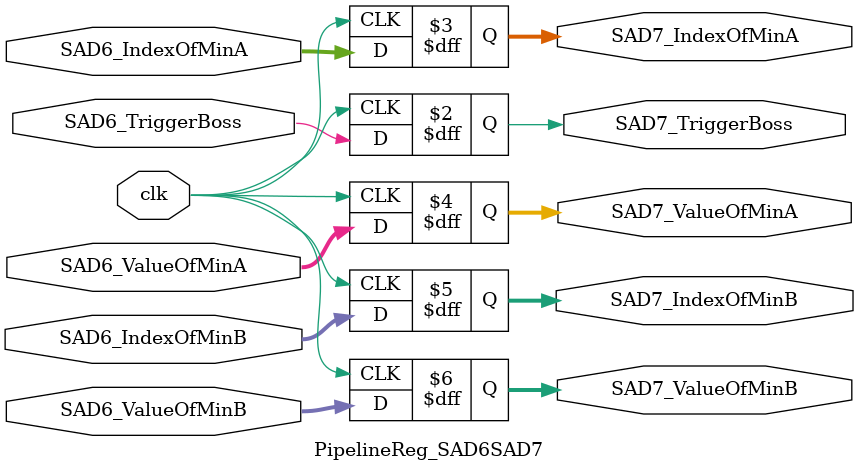
<source format=v>
`timescale 1ns / 1ps

module PipelineReg_SAD6SAD7(
    input clk,
    input SAD6_TriggerBoss,
    input [15:0] SAD6_IndexOfMinA,
    input [13:0] SAD6_ValueOfMinA,
    input [15:0] SAD6_IndexOfMinB,
    input [13:0] SAD6_ValueOfMinB,
    output reg SAD7_TriggerBoss,
    output reg [15:0] SAD7_IndexOfMinA,
    output reg [13:0] SAD7_ValueOfMinA,
    output reg [15:0] SAD7_IndexOfMinB,
    output reg [13:0] SAD7_ValueOfMinB
);

always @(posedge clk) begin
    SAD7_TriggerBoss <= SAD6_TriggerBoss;
    SAD7_IndexOfMinA <= SAD6_IndexOfMinA;
    SAD7_ValueOfMinA <= SAD6_ValueOfMinA;
    SAD7_IndexOfMinB <= SAD6_IndexOfMinB;
    SAD7_ValueOfMinB <= SAD6_ValueOfMinB;
end

endmodule
</source>
